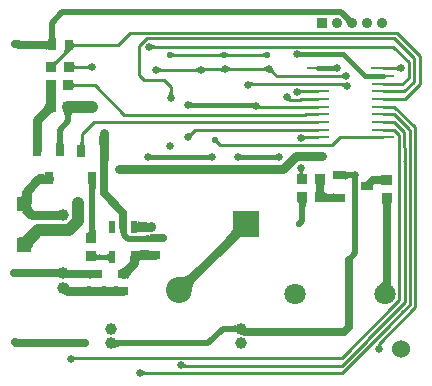
<source format=gbl>
G04*
G04 #@! TF.GenerationSoftware,Altium Limited,Altium Designer,20.0.2 (26)*
G04*
G04 Layer_Physical_Order=2*
G04 Layer_Color=16711680*
%FSLAX25Y25*%
%MOIN*%
G70*
G01*
G75*
%ADD10C,0.01000*%
%ADD17R,0.03150X0.03543*%
%ADD25R,0.03175X0.03402*%
%ADD27R,0.03543X0.03150*%
%ADD28C,0.06000*%
%ADD30R,0.03402X0.03175*%
%ADD52C,0.02500*%
%ADD53C,0.03000*%
%ADD54C,0.02000*%
%ADD55C,0.01500*%
%ADD56C,0.04000*%
%ADD57C,0.03937*%
%ADD58R,0.08661X0.08661*%
%ADD59C,0.03543*%
%ADD60R,0.03543X0.03543*%
%ADD61C,0.07087*%
%ADD62C,0.08661*%
%ADD63C,0.02200*%
%ADD64C,0.02500*%
%ADD65R,0.02362X0.03937*%
%ADD66R,0.05118X0.05118*%
%ADD67O,0.07874X0.00984*%
%ADD68R,0.07874X0.00984*%
%ADD69R,0.03937X0.03150*%
%ADD70R,0.03150X0.03937*%
%ADD71R,0.03402X0.03150*%
G36*
X116140Y123163D02*
X116516Y122836D01*
X116625Y122756D01*
X116727Y122690D01*
X116820Y122639D01*
X116905Y122602D01*
X116983Y122580D01*
X117052Y122572D01*
X115263Y120854D01*
X115258Y120926D01*
X115238Y121006D01*
X115203Y121094D01*
X115154Y121189D01*
X115090Y121292D01*
X115011Y121403D01*
X114810Y121647D01*
X114687Y121780D01*
X114550Y121921D01*
X115999Y123301D01*
X116140Y123163D01*
D02*
G37*
G36*
X18195Y116880D02*
X18240Y116240D01*
X18279Y115980D01*
X18330Y115760D01*
X18392Y115580D01*
X18465Y115440D01*
X18549Y115340D01*
X18645Y115280D01*
X18752Y115260D01*
X15626D01*
X15733Y115280D01*
X15829Y115340D01*
X15913Y115440D01*
X15986Y115580D01*
X16048Y115760D01*
X16099Y115980D01*
X16138Y116240D01*
X16166Y116540D01*
X16189Y117260D01*
X18189D01*
X18195Y116880D01*
D02*
G37*
G36*
X24261Y114405D02*
X24291Y114320D01*
X24342Y114245D01*
X24413Y114180D01*
X24504Y114125D01*
X24615Y114080D01*
X24747Y114045D01*
X24899Y114020D01*
X25071Y114005D01*
X25263Y114000D01*
Y113000D01*
X25071Y112995D01*
X24899Y112980D01*
X24747Y112955D01*
X24615Y112920D01*
X24504Y112875D01*
X24413Y112820D01*
X24342Y112755D01*
X24291Y112680D01*
X24261Y112595D01*
X24251Y112500D01*
Y114500D01*
X24261Y114405D01*
D02*
G37*
G36*
X50510Y113759D02*
X50590Y113694D01*
X50676Y113637D01*
X50767Y113587D01*
X50864Y113545D01*
X50967Y113511D01*
X51075Y113484D01*
X51188Y113465D01*
X51307Y113454D01*
X51432Y113450D01*
X51411Y112450D01*
X51287Y112446D01*
X51167Y112435D01*
X51054Y112417D01*
X50945Y112391D01*
X50841Y112358D01*
X50743Y112318D01*
X50650Y112270D01*
X50562Y112215D01*
X50479Y112152D01*
X50402Y112082D01*
X50435Y113832D01*
X50510Y113759D01*
D02*
G37*
G36*
X15626Y111740D02*
X15601Y111837D01*
X15526Y111924D01*
X15401Y112000D01*
X15226Y112066D01*
X15001Y112123D01*
X14726Y112169D01*
X14401Y112204D01*
X13601Y112245D01*
X13126Y112250D01*
Y114750D01*
X13601Y114755D01*
X14726Y114831D01*
X15001Y114877D01*
X15226Y114934D01*
X15401Y115000D01*
X15526Y115076D01*
X15601Y115163D01*
X15626Y115260D01*
Y111740D01*
D02*
G37*
G36*
X23548Y111733D02*
X23406Y111712D01*
X23265Y111677D01*
X23123Y111627D01*
X22982Y111564D01*
X22840Y111486D01*
X22699Y111394D01*
X22558Y111288D01*
X22416Y111168D01*
X22275Y111033D01*
X20861D01*
X20991Y111168D01*
X21182Y111394D01*
X21244Y111486D01*
X21283Y111564D01*
X21300Y111627D01*
X21293Y111677D01*
X21264Y111712D01*
X21212Y111733D01*
X21137Y111740D01*
X23689D01*
X23548Y111733D01*
D02*
G37*
G36*
X99623Y111251D02*
X99666Y111230D01*
X99721Y111211D01*
X99789Y111195D01*
X99868Y111181D01*
X100064Y111161D01*
X100309Y111151D01*
X100450Y111150D01*
Y109650D01*
X100309Y109649D01*
X99868Y109619D01*
X99789Y109605D01*
X99721Y109589D01*
X99666Y109570D01*
X99623Y109549D01*
X99593Y109525D01*
Y111275D01*
X99623Y111251D01*
D02*
G37*
G36*
X75504Y110939D02*
X75563Y110889D01*
X75628Y110845D01*
X75701Y110806D01*
X75781Y110774D01*
X75868Y110747D01*
X75961Y110727D01*
X76062Y110712D01*
X76170Y110703D01*
X76285Y110700D01*
X76182Y109700D01*
X76067Y109698D01*
X75856Y109679D01*
X75760Y109662D01*
X75670Y109640D01*
X75586Y109614D01*
X75508Y109583D01*
X75437Y109547D01*
X75371Y109507D01*
X75312Y109462D01*
X74600Y110160D01*
X75452Y110995D01*
X75504Y110939D01*
D02*
G37*
G36*
X74600Y110160D02*
X73888Y109462D01*
X73829Y109507D01*
X73763Y109547D01*
X73692Y109583D01*
X73614Y109614D01*
X73530Y109640D01*
X73440Y109662D01*
X73344Y109679D01*
X73133Y109698D01*
X73018Y109700D01*
X72915Y110700D01*
X73030Y110703D01*
X73138Y110712D01*
X73239Y110727D01*
X73332Y110747D01*
X73419Y110774D01*
X73499Y110806D01*
X73572Y110845D01*
X73637Y110889D01*
X73696Y110939D01*
X73748Y110995D01*
X74600Y110160D01*
D02*
G37*
G36*
X88114Y109430D02*
X88058Y109481D01*
X87996Y109527D01*
X87926Y109568D01*
X87851Y109603D01*
X87769Y109633D01*
X87680Y109657D01*
X87585Y109676D01*
X87483Y109689D01*
X87375Y109697D01*
X87260Y109700D01*
Y110700D01*
X87375Y110703D01*
X87585Y110724D01*
X87680Y110743D01*
X87769Y110767D01*
X87851Y110797D01*
X87926Y110832D01*
X87996Y110873D01*
X88058Y110919D01*
X88114Y110970D01*
Y109430D01*
D02*
G37*
G36*
X57192Y110919D02*
X57255Y110873D01*
X57324Y110832D01*
X57400Y110797D01*
X57482Y110767D01*
X57571Y110743D01*
X57666Y110724D01*
X57768Y110711D01*
X57876Y110703D01*
X57991Y110700D01*
Y109700D01*
X57876Y109697D01*
X57666Y109676D01*
X57571Y109657D01*
X57482Y109633D01*
X57400Y109603D01*
X57324Y109568D01*
X57255Y109527D01*
X57192Y109481D01*
X57136Y109430D01*
Y110970D01*
X57192Y110919D01*
D02*
G37*
G36*
X19017Y107775D02*
X18823Y107574D01*
X18516Y107212D01*
X18404Y107051D01*
X18318Y106903D01*
X18260Y106768D01*
X18229Y106646D01*
X18225Y106538D01*
X18248Y106443D01*
X18298Y106361D01*
X17009Y107877D01*
X17081Y107816D01*
X17168Y107785D01*
X17271Y107784D01*
X17389Y107812D01*
X17522Y107869D01*
X17672Y107955D01*
X17836Y108071D01*
X18016Y108217D01*
X18423Y108596D01*
X19017Y107775D01*
D02*
G37*
G36*
X29540Y105299D02*
X29470Y105375D01*
X29394Y105444D01*
X29312Y105504D01*
X29224Y105556D01*
X29129Y105600D01*
X29029Y105636D01*
X28922Y105664D01*
X28809Y105684D01*
X28691Y105696D01*
X28566Y105700D01*
X28653Y106700D01*
X28777Y106703D01*
X28896Y106714D01*
X29011Y106731D01*
X29121Y106755D01*
X29226Y106786D01*
X29326Y106824D01*
X29422Y106868D01*
X29513Y106920D01*
X29599Y106978D01*
X29680Y107044D01*
X29540Y105299D01*
D02*
G37*
G36*
X24239Y107105D02*
X24270Y107020D01*
X24320Y106945D01*
X24391Y106880D01*
X24482Y106825D01*
X24593Y106780D01*
X24725Y106745D01*
X24877Y106720D01*
X25049Y106705D01*
X25241Y106700D01*
Y105700D01*
X25049Y105695D01*
X24877Y105680D01*
X24725Y105655D01*
X24593Y105620D01*
X24482Y105575D01*
X24391Y105520D01*
X24320Y105455D01*
X24270Y105380D01*
X24239Y105295D01*
X24229Y105200D01*
Y107200D01*
X24239Y107105D01*
D02*
G37*
G36*
X111497Y104966D02*
X111479Y104974D01*
X111447Y104980D01*
X111402Y104986D01*
X111269Y104995D01*
X110695Y105004D01*
X110306Y106504D01*
X110446Y106506D01*
X110792Y106533D01*
X110883Y106549D01*
X110961Y106568D01*
X111028Y106591D01*
X111082Y106618D01*
X111123Y106648D01*
X111153Y106682D01*
X111497Y104966D01*
D02*
G37*
G36*
X132553Y104879D02*
X132477Y104950D01*
X132396Y105014D01*
X132309Y105070D01*
X132216Y105119D01*
X132119Y105160D01*
X132016Y105194D01*
X131907Y105220D01*
X131794Y105239D01*
X131675Y105250D01*
X131550Y105254D01*
Y106254D01*
X131675Y106258D01*
X131794Y106269D01*
X131907Y106288D01*
X132016Y106314D01*
X132119Y106348D01*
X132216Y106389D01*
X132309Y106438D01*
X132396Y106494D01*
X132477Y106558D01*
X132553Y106629D01*
Y104879D01*
D02*
G37*
G36*
X88707Y104825D02*
X88631Y104896D01*
X88550Y104960D01*
X88463Y105016D01*
X88370Y105065D01*
X88273Y105106D01*
X88170Y105140D01*
X88061Y105166D01*
X87948Y105185D01*
X87829Y105196D01*
X87704Y105200D01*
Y106200D01*
X87829Y106204D01*
X87948Y106215D01*
X88061Y106234D01*
X88170Y106260D01*
X88273Y106294D01*
X88370Y106335D01*
X88463Y106384D01*
X88550Y106440D01*
X88631Y106504D01*
X88707Y106575D01*
Y104825D01*
D02*
G37*
G36*
X75544Y106414D02*
X75635Y106369D01*
X75731Y106329D01*
X75830Y106295D01*
X75934Y106266D01*
X76041Y106242D01*
X76152Y106224D01*
X76387Y106203D01*
X76511Y106200D01*
X76784Y105200D01*
X76658Y105196D01*
X76539Y105183D01*
X76429Y105161D01*
X76327Y105130D01*
X76232Y105091D01*
X76145Y105043D01*
X76066Y104987D01*
X75995Y104921D01*
X75932Y104848D01*
X75877Y104765D01*
X75457Y106464D01*
X75544Y106414D01*
D02*
G37*
G36*
X73907Y104525D02*
X73831Y104596D01*
X73750Y104660D01*
X73663Y104716D01*
X73570Y104765D01*
X73473Y104806D01*
X73370Y104840D01*
X73261Y104866D01*
X73148Y104885D01*
X73029Y104896D01*
X72904Y104900D01*
Y105900D01*
X73029Y105904D01*
X73148Y105915D01*
X73261Y105934D01*
X73370Y105960D01*
X73473Y105994D01*
X73570Y106035D01*
X73663Y106084D01*
X73750Y106140D01*
X73831Y106204D01*
X73907Y106275D01*
Y104525D01*
D02*
G37*
G36*
X67527Y106148D02*
X67616Y106096D01*
X67710Y106050D01*
X67808Y106010D01*
X67910Y105977D01*
X68017Y105949D01*
X68128Y105928D01*
X68243Y105912D01*
X68362Y105903D01*
X68486Y105900D01*
X68663Y104900D01*
X68538Y104896D01*
X68419Y104883D01*
X68307Y104862D01*
X68203Y104833D01*
X68105Y104795D01*
X68014Y104748D01*
X67931Y104694D01*
X67854Y104631D01*
X67784Y104559D01*
X67721Y104479D01*
X67441Y106207D01*
X67527Y106148D01*
D02*
G37*
G36*
X65807Y104325D02*
X65731Y104396D01*
X65649Y104460D01*
X65562Y104516D01*
X65470Y104565D01*
X65373Y104606D01*
X65270Y104640D01*
X65161Y104666D01*
X65048Y104685D01*
X64929Y104697D01*
X64804Y104700D01*
Y105700D01*
X64929Y105704D01*
X65048Y105715D01*
X65161Y105734D01*
X65270Y105760D01*
X65373Y105794D01*
X65470Y105835D01*
X65562Y105884D01*
X65649Y105940D01*
X65731Y106004D01*
X65807Y106075D01*
Y104325D01*
D02*
G37*
G36*
X52869Y106004D02*
X52950Y105940D01*
X53037Y105884D01*
X53130Y105835D01*
X53227Y105794D01*
X53330Y105760D01*
X53438Y105734D01*
X53552Y105715D01*
X53671Y105704D01*
X53796Y105700D01*
X53796Y104700D01*
X53671Y104697D01*
X53552Y104685D01*
X53439Y104666D01*
X53330Y104640D01*
X53227Y104606D01*
X53130Y104565D01*
X53037Y104516D01*
X52951Y104460D01*
X52869Y104396D01*
X52793Y104325D01*
X52793Y106075D01*
X52869Y106004D01*
D02*
G37*
G36*
X90853Y105583D02*
X90866Y105481D01*
X90888Y105379D01*
X90918Y105280D01*
X90958Y105181D01*
X91007Y105085D01*
X91065Y104990D01*
X91132Y104896D01*
X91209Y104804D01*
X91294Y104713D01*
X90587Y104006D01*
X90496Y104091D01*
X90404Y104168D01*
X90311Y104235D01*
X90215Y104293D01*
X90119Y104342D01*
X90020Y104382D01*
X89921Y104412D01*
X89820Y104434D01*
X89717Y104447D01*
X89613Y104450D01*
X90850Y105687D01*
X90853Y105583D01*
D02*
G37*
G36*
X114411Y102321D02*
X114334Y102392D01*
X114252Y102456D01*
X114165Y102512D01*
X114073Y102560D01*
X113975Y102602D01*
X113872Y102635D01*
X113764Y102661D01*
X113650Y102680D01*
X113531Y102691D01*
X113407Y102695D01*
X113402Y103695D01*
X113527Y103699D01*
X113646Y103710D01*
X113759Y103729D01*
X113867Y103755D01*
X113970Y103789D01*
X114068Y103831D01*
X114160Y103879D01*
X114247Y103936D01*
X114328Y104000D01*
X114404Y104071D01*
X114411Y102321D01*
D02*
G37*
G36*
X83212Y101336D02*
X83304Y101294D01*
X83399Y101257D01*
X83499Y101225D01*
X83602Y101198D01*
X83710Y101175D01*
X83937Y101146D01*
X84056Y101138D01*
X84179Y101136D01*
X84489Y100136D01*
X84363Y100132D01*
X84245Y100118D01*
X84135Y100096D01*
X84033Y100066D01*
X83939Y100026D01*
X83854Y99978D01*
X83777Y99921D01*
X83708Y99855D01*
X83648Y99780D01*
X83595Y99697D01*
X83125Y101383D01*
X83212Y101336D01*
D02*
G37*
G36*
X114261Y100942D02*
X114384Y100836D01*
X114417Y100813D01*
X114447Y100797D01*
X114472Y100786D01*
X114494Y100782D01*
X114511Y100784D01*
X114525Y100793D01*
X114168Y99687D01*
X113505Y100282D01*
X114212Y100989D01*
X114261Y100942D01*
D02*
G37*
G36*
X24194Y101005D02*
X24225Y100920D01*
X24275Y100845D01*
X24346Y100780D01*
X24437Y100725D01*
X24549Y100680D01*
X24680Y100645D01*
X24832Y100620D01*
X25004Y100605D01*
X25196Y100600D01*
Y99600D01*
X25004Y99595D01*
X24832Y99580D01*
X24680Y99555D01*
X24549Y99520D01*
X24437Y99475D01*
X24346Y99420D01*
X24275Y99355D01*
X24225Y99280D01*
X24194Y99195D01*
X24184Y99100D01*
Y101100D01*
X24194Y101005D01*
D02*
G37*
G36*
X99466Y98792D02*
X99558Y98747D01*
X99653Y98707D01*
X99752Y98673D01*
X99856Y98643D01*
X99963Y98620D01*
X100075Y98601D01*
X100309Y98580D01*
X100433Y98577D01*
X100701Y97577D01*
X100575Y97573D01*
X100457Y97560D01*
X100347Y97538D01*
X100244Y97508D01*
X100149Y97468D01*
X100062Y97421D01*
X99983Y97364D01*
X99912Y97299D01*
X99848Y97225D01*
X99792Y97142D01*
X99379Y98843D01*
X99466Y98792D01*
D02*
G37*
G36*
X57304Y97671D02*
X57315Y97552D01*
X57334Y97439D01*
X57360Y97330D01*
X57394Y97227D01*
X57435Y97130D01*
X57484Y97037D01*
X57540Y96950D01*
X57604Y96869D01*
X57675Y96793D01*
X55925D01*
X55996Y96869D01*
X56060Y96950D01*
X56116Y97037D01*
X56165Y97130D01*
X56206Y97227D01*
X56240Y97330D01*
X56266Y97439D01*
X56285Y97552D01*
X56296Y97671D01*
X56300Y97796D01*
X57300D01*
X57304Y97671D01*
D02*
G37*
G36*
X18251Y98381D02*
X18238Y98291D01*
X18227Y98141D01*
X18205Y97061D01*
X18265Y94648D01*
X15114D01*
X15129Y94678D01*
X15142Y94768D01*
X15153Y94918D01*
X15175Y95998D01*
X15114Y98411D01*
X18265D01*
X18251Y98381D01*
D02*
G37*
G36*
X63523Y94451D02*
X63566Y94430D01*
X63621Y94411D01*
X63689Y94395D01*
X63768Y94381D01*
X63964Y94361D01*
X64209Y94351D01*
X64350Y94350D01*
Y92850D01*
X64209Y92849D01*
X63768Y92819D01*
X63689Y92805D01*
X63621Y92789D01*
X63566Y92770D01*
X63523Y92749D01*
X63493Y92725D01*
Y94475D01*
X63523Y94451D01*
D02*
G37*
G36*
X84123Y92665D02*
X84095Y92700D01*
X84055Y92731D01*
X84002Y92759D01*
X83937Y92783D01*
X83859Y92804D01*
X83769Y92820D01*
X83666Y92833D01*
X83424Y92848D01*
X83284Y92850D01*
X83772Y94350D01*
X84543Y94364D01*
X84123Y92665D01*
D02*
G37*
G36*
X131569Y93211D02*
X131662Y93151D01*
X131779Y93062D01*
X132085Y92792D01*
X132487Y92402D01*
X131709Y91766D01*
X131520Y91948D01*
X131174Y92238D01*
X131017Y92347D01*
X130871Y92431D01*
X130735Y92490D01*
X130610Y92525D01*
X130496Y92535D01*
X130392Y92520D01*
X130299Y92481D01*
X131437Y93146D01*
X131434Y93208D01*
X131455Y93239D01*
X131500Y93240D01*
X131569Y93211D01*
D02*
G37*
G36*
X131568Y90661D02*
X131662Y90602D01*
X131779Y90513D01*
X131921Y90394D01*
X132493Y89851D01*
X131721Y89209D01*
X131532Y89391D01*
X131186Y89681D01*
X131029Y89790D01*
X130883Y89873D01*
X130747Y89932D01*
X130622Y89967D01*
X130508Y89977D01*
X130405Y89962D01*
X130312Y89922D01*
X131437Y90587D01*
X131434Y90652D01*
X131454Y90685D01*
X131499Y90688D01*
X131568Y90661D01*
D02*
G37*
G36*
X18265Y91270D02*
X18027Y91249D01*
X17769Y91185D01*
X17492Y91079D01*
X17194Y90931D01*
X16878Y90740D01*
X16542Y90507D01*
X16186Y90231D01*
X15416Y89552D01*
X15001Y89149D01*
X12993Y91383D01*
X13396Y91798D01*
X14351Y92924D01*
X14584Y93260D01*
X14775Y93577D01*
X14923Y93874D01*
X15029Y94152D01*
X15093Y94409D01*
X15114Y94648D01*
X18265Y91270D01*
D02*
G37*
G36*
X23938Y91411D02*
X23872Y91270D01*
X24196D01*
X24064Y91250D01*
X23946Y91190D01*
X23841Y91090D01*
X23763Y90970D01*
X23695Y90695D01*
X23635Y90371D01*
X23549Y89592D01*
X23505Y88640D01*
X23500Y88100D01*
X21500D01*
X21495Y88640D01*
X21365Y90371D01*
X21305Y90695D01*
X21235Y90977D01*
X21154Y91215D01*
X21141Y91243D01*
X21132Y91250D01*
X21045Y91270D01*
X21128D01*
X21062Y91411D01*
X20959Y91563D01*
X24041D01*
X23938Y91411D01*
D02*
G37*
G36*
X131567Y88111D02*
X131661Y88054D01*
X131780Y87965D01*
X131922Y87846D01*
X132498Y87300D01*
X131732Y86652D01*
X131543Y86834D01*
X131197Y87124D01*
X131040Y87232D01*
X130894Y87316D01*
X130759Y87375D01*
X130635Y87409D01*
X130521Y87418D01*
X130418Y87403D01*
X130325Y87363D01*
X131437Y88028D01*
X131433Y88096D01*
X131453Y88132D01*
X131498Y88137D01*
X131567Y88111D01*
D02*
G37*
G36*
X131566Y85562D02*
X131660Y85506D01*
X131779Y85418D01*
X131922Y85299D01*
X132500Y84752D01*
X131744Y84095D01*
X131555Y84276D01*
X131210Y84566D01*
X131053Y84674D01*
X130907Y84757D01*
X130772Y84816D01*
X130648Y84850D01*
X130535Y84859D01*
X130432Y84844D01*
X130340Y84803D01*
X131437Y85468D01*
X131432Y85539D01*
X131452Y85578D01*
X131497Y85586D01*
X131566Y85562D01*
D02*
G37*
G36*
X64276Y83869D02*
X64191Y83778D01*
X64114Y83686D01*
X64047Y83592D01*
X63989Y83497D01*
X63940Y83401D01*
X63901Y83302D01*
X63870Y83203D01*
X63848Y83101D01*
X63835Y82999D01*
X63832Y82894D01*
X62594Y84132D01*
X62699Y84135D01*
X62801Y84148D01*
X62903Y84170D01*
X63002Y84201D01*
X63101Y84240D01*
X63197Y84289D01*
X63292Y84347D01*
X63386Y84414D01*
X63478Y84491D01*
X63569Y84576D01*
X64276Y83869D01*
D02*
G37*
G36*
X101055Y83521D02*
X101137Y83458D01*
X101225Y83403D01*
X101318Y83355D01*
X101416Y83314D01*
X101520Y83281D01*
X101628Y83255D01*
X101742Y83237D01*
X101862Y83226D01*
X101986Y83222D01*
X102005Y82222D01*
X101881Y82218D01*
X101761Y82207D01*
X101648Y82188D01*
X101540Y82161D01*
X101437Y82127D01*
X101341Y82085D01*
X101249Y82035D01*
X101163Y81978D01*
X101083Y81913D01*
X101008Y81841D01*
X100977Y83591D01*
X101055Y83521D01*
D02*
G37*
G36*
X72503Y81813D02*
X72515Y81736D01*
X72536Y81659D01*
X72564Y81580D01*
X72601Y81501D01*
X72647Y81421D01*
X72701Y81341D01*
X72763Y81259D01*
X72834Y81177D01*
X72913Y81094D01*
X72206Y80387D01*
X72123Y80466D01*
X71959Y80599D01*
X71879Y80653D01*
X71799Y80699D01*
X71720Y80736D01*
X71641Y80765D01*
X71564Y80785D01*
X71487Y80797D01*
X71411Y80800D01*
X72500Y81889D01*
X72503Y81813D01*
D02*
G37*
G36*
X20789Y82004D02*
X20834Y81364D01*
X20874Y81104D01*
X20924Y80884D01*
X20986Y80704D01*
X21059Y80564D01*
X21144Y80464D01*
X21240Y80404D01*
X21347Y80384D01*
X18221D01*
X18328Y80404D01*
X18424Y80464D01*
X18508Y80564D01*
X18581Y80704D01*
X18643Y80884D01*
X18694Y81104D01*
X18733Y81364D01*
X18761Y81664D01*
X18784Y82384D01*
X20784D01*
X20789Y82004D01*
D02*
G37*
G36*
X13866Y80384D02*
X10740D01*
X10752Y80414D01*
X10763Y80504D01*
X10772Y80654D01*
X10803Y83384D01*
X13803D01*
X13866Y80384D01*
D02*
G37*
G36*
X35947Y80284D02*
X32821D01*
X32836Y80314D01*
X32849Y80404D01*
X32861Y80554D01*
X32893Y81754D01*
X32900Y83284D01*
X35900D01*
X35947Y80284D01*
D02*
G37*
G36*
X27605Y81092D02*
X27620Y80920D01*
X27645Y80768D01*
X27680Y80636D01*
X27725Y80525D01*
X27780Y80434D01*
X27845Y80363D01*
X27920Y80312D01*
X28005Y80282D01*
X28100Y80272D01*
X26100D01*
X26195Y80282D01*
X26280Y80312D01*
X26355Y80363D01*
X26420Y80434D01*
X26475Y80525D01*
X26520Y80636D01*
X26555Y80768D01*
X26580Y80920D01*
X26595Y81092D01*
X26600Y81284D01*
X27600D01*
X27605Y81092D01*
D02*
G37*
G36*
X91946Y75375D02*
X91916Y75399D01*
X91873Y75420D01*
X91817Y75439D01*
X91750Y75455D01*
X91671Y75469D01*
X91474Y75489D01*
X91230Y75499D01*
X91089Y75500D01*
Y77000D01*
X91230Y77001D01*
X91671Y77031D01*
X91750Y77045D01*
X91817Y77061D01*
X91873Y77080D01*
X91916Y77101D01*
X91946Y77125D01*
Y75375D01*
D02*
G37*
G36*
X79923Y77101D02*
X79966Y77080D01*
X80021Y77061D01*
X80089Y77045D01*
X80168Y77031D01*
X80364Y77011D01*
X80609Y77001D01*
X80750Y77000D01*
Y75500D01*
X80609Y75499D01*
X80168Y75469D01*
X80089Y75455D01*
X80021Y75439D01*
X79966Y75420D01*
X79923Y75399D01*
X79893Y75375D01*
Y77125D01*
X79923Y77101D01*
D02*
G37*
G36*
X69707Y75375D02*
X69677Y75399D01*
X69634Y75420D01*
X69579Y75439D01*
X69511Y75455D01*
X69432Y75469D01*
X69236Y75489D01*
X68991Y75499D01*
X68850Y75500D01*
Y77000D01*
X68991Y77001D01*
X69432Y77031D01*
X69511Y77045D01*
X69579Y77061D01*
X69634Y77080D01*
X69677Y77101D01*
X69707Y77125D01*
Y75375D01*
D02*
G37*
G36*
X49923Y77101D02*
X49966Y77080D01*
X50021Y77061D01*
X50089Y77045D01*
X50168Y77031D01*
X50364Y77011D01*
X50609Y77001D01*
X50750Y77000D01*
Y75500D01*
X50609Y75499D01*
X50168Y75469D01*
X50089Y75455D01*
X50021Y75439D01*
X49966Y75420D01*
X49923Y75399D01*
X49893Y75375D01*
Y77125D01*
X49923Y77101D01*
D02*
G37*
G36*
X101025Y71537D02*
X100961Y71455D01*
X100905Y71368D01*
X100856Y71276D01*
X100815Y71178D01*
X100781Y71075D01*
X100775Y71048D01*
X100801Y70949D01*
X100846Y70839D01*
X100901Y70749D01*
X100966Y70679D01*
X101041Y70629D01*
X101126Y70599D01*
X101221Y70589D01*
X99221D01*
X99316Y70599D01*
X99401Y70629D01*
X99476Y70679D01*
X99541Y70749D01*
X99596Y70839D01*
X99641Y70949D01*
X99668Y71048D01*
X99661Y71075D01*
X99628Y71178D01*
X99586Y71276D01*
X99538Y71368D01*
X99481Y71455D01*
X99418Y71537D01*
X99346Y71613D01*
X101096D01*
X101025Y71537D01*
D02*
G37*
G36*
X114956Y71595D02*
X115016Y71497D01*
X115116Y71411D01*
X115256Y71337D01*
X115436Y71274D01*
X115656Y71222D01*
X115916Y71182D01*
X116216Y71153D01*
X116936Y71130D01*
Y69130D01*
X116556Y69125D01*
X115916Y69081D01*
X115656Y69042D01*
X115436Y68992D01*
X115256Y68931D01*
X115116Y68860D01*
X115016Y68777D01*
X114956Y68683D01*
X114936Y68578D01*
Y71703D01*
X114956Y71595D01*
D02*
G37*
G36*
X14481Y67416D02*
X14462Y67414D01*
X14406Y67412D01*
X12604Y67404D01*
Y70404D01*
X12961Y70408D01*
X13805Y70464D01*
X14012Y70498D01*
X14180Y70540D01*
X14312Y70589D01*
X14406Y70645D01*
X14462Y70709D01*
X14481Y70781D01*
Y67416D01*
D02*
G37*
G36*
X127011Y67024D02*
X126986Y67086D01*
X126911Y67142D01*
X126786Y67190D01*
X126611Y67233D01*
X126386Y67269D01*
X125786Y67321D01*
X124986Y67347D01*
X124511Y67350D01*
Y69850D01*
X124986Y69853D01*
X126611Y69967D01*
X126786Y70009D01*
X126911Y70058D01*
X126986Y70114D01*
X127011Y70175D01*
Y67024D01*
D02*
G37*
G36*
X32099Y67296D02*
X32004Y67236D01*
X31919Y67136D01*
X31846Y66996D01*
X31784Y66816D01*
X31734Y66596D01*
X31694Y66336D01*
X31666Y66036D01*
X31644Y65316D01*
X29643D01*
X29638Y65696D01*
X29593Y66336D01*
X29553Y66596D01*
X29503Y66816D01*
X29441Y66996D01*
X29368Y67136D01*
X29283Y67236D01*
X29188Y67296D01*
X29081Y67316D01*
X32206D01*
X32099Y67296D01*
D02*
G37*
G36*
X108053Y67186D02*
X108004Y67111D01*
X107961Y66986D01*
X107925Y66811D01*
X107893Y66586D01*
X107859Y66135D01*
X107939Y64989D01*
X107982Y64814D01*
X108030Y64689D01*
X108086Y64614D01*
X108148Y64589D01*
X104997D01*
X105059Y64614D01*
X105114Y64689D01*
X105163Y64814D01*
X105205Y64989D01*
X105241Y65214D01*
X105285Y65722D01*
X105230Y66586D01*
X105190Y66811D01*
X105142Y66986D01*
X105087Y67111D01*
X105025Y67186D01*
X104955Y67211D01*
X108107D01*
X108053Y67186D01*
D02*
G37*
G36*
X10205Y64618D02*
X10296Y63054D01*
X10320Y62993D01*
X10347Y62973D01*
X6673Y62961D01*
X6774Y62982D01*
X6864Y63043D01*
X6944Y63146D01*
X7013Y63289D01*
X7071Y63473D01*
X7119Y63697D01*
X7156Y63963D01*
X7183Y64269D01*
X7204Y65004D01*
X10204D01*
X10205Y64618D01*
D02*
G37*
G36*
X108173Y64460D02*
X108248Y64345D01*
X108373Y64243D01*
X108548Y64154D01*
X108773Y64080D01*
X109048Y64019D01*
X109373Y63971D01*
X109580Y63952D01*
X110623Y64022D01*
X110798Y64063D01*
X110923Y64110D01*
X110998Y64163D01*
X111023Y64223D01*
Y61097D01*
X110998Y61156D01*
X110923Y61210D01*
X110798Y61257D01*
X110623Y61297D01*
X110398Y61332D01*
X109798Y61382D01*
X109776Y61382D01*
X108248Y61283D01*
X108173Y61249D01*
X108148Y61212D01*
Y64589D01*
X108173Y64460D01*
D02*
G37*
G36*
X102107Y61192D02*
X102010Y61132D01*
X101923Y61032D01*
X101848Y60892D01*
X101785Y60712D01*
X101733Y60492D01*
X101693Y60232D01*
X101664Y59932D01*
X101641Y59212D01*
X99641D01*
X99635Y59592D01*
X99589Y60232D01*
X99549Y60492D01*
X99497Y60712D01*
X99434Y60892D01*
X99359Y61032D01*
X99273Y61132D01*
X99175Y61192D01*
X99066Y61212D01*
X102217D01*
X102107Y61192D01*
D02*
G37*
G36*
X130305Y61068D02*
X130231Y60993D01*
X130165Y60868D01*
X130108Y60693D01*
X130060Y60468D01*
X130020Y60193D01*
X129968Y59493D01*
X129950Y58593D01*
X127450D01*
X127446Y59068D01*
X127340Y60468D01*
X127292Y60693D01*
X127235Y60868D01*
X127169Y60993D01*
X127095Y61068D01*
X127011Y61093D01*
X130389D01*
X130305Y61068D01*
D02*
G37*
G36*
X10326Y59280D02*
X10349Y59227D01*
X10403Y59145D01*
X10490Y59035D01*
X10758Y58731D01*
X11677Y57783D01*
X9556Y55661D01*
X7146Y57891D01*
X10335Y59305D01*
X10326Y59280D01*
D02*
G37*
G36*
X45839Y54922D02*
X45929Y54844D01*
X46079Y54776D01*
X46289Y54716D01*
X46559Y54666D01*
X46889Y54625D01*
X47729Y54570D01*
X48809Y54552D01*
Y51552D01*
X48239Y51547D01*
X46559Y51438D01*
X46289Y51388D01*
X46079Y51328D01*
X45929Y51260D01*
X45839Y51182D01*
X45809Y51095D01*
Y55009D01*
X45839Y54922D01*
D02*
G37*
G36*
X31689Y50741D02*
X28644Y50729D01*
X28833Y50750D01*
X29004Y50811D01*
X29153Y50912D01*
X29283Y51053D01*
X29394Y51234D01*
X29484Y51455D01*
X29553Y51717D01*
X29603Y52018D01*
X29634Y52359D01*
X29643Y52741D01*
X31644D01*
X31689Y50741D01*
D02*
G37*
G36*
X81524Y49493D02*
X81296Y49666D01*
X81025Y49753D01*
X80710Y49755D01*
X80351Y49670D01*
X79948Y49500D01*
X79502Y49244D01*
X79013Y48901D01*
X78479Y48473D01*
X77281Y47360D01*
X75260Y49581D01*
X75851Y50193D01*
X76780Y51292D01*
X77120Y51778D01*
X77375Y52223D01*
X77546Y52627D01*
X77634Y52989D01*
X77637Y53309D01*
X77557Y53587D01*
X77393Y53824D01*
X81524Y49493D01*
D02*
G37*
G36*
X13175Y49587D02*
X12494Y48890D01*
X10982Y47138D01*
X10655Y46667D01*
X10416Y46253D01*
X10266Y45895D01*
X10205Y45594D01*
X10232Y45350D01*
X10347Y45162D01*
X5922Y49587D01*
X6109Y49472D01*
X6354Y49445D01*
X6655Y49506D01*
X7013Y49657D01*
X7427Y49895D01*
X7898Y50222D01*
X8425Y50638D01*
X9650Y51735D01*
X10347Y52416D01*
X13175Y49587D01*
D02*
G37*
G36*
X49640Y47612D02*
X49620Y47686D01*
X49560Y47752D01*
X49460Y47810D01*
X49320Y47860D01*
X49140Y47903D01*
X48920Y47938D01*
X48660Y47965D01*
X48020Y47996D01*
X47640Y48000D01*
Y50000D01*
X48020Y50007D01*
X48660Y50066D01*
X48920Y50118D01*
X49140Y50184D01*
X49320Y50266D01*
X49460Y50362D01*
X49560Y50472D01*
X49620Y50598D01*
X49640Y50738D01*
Y47612D01*
D02*
G37*
G36*
X32704Y44173D02*
X32749Y44045D01*
X32824Y43933D01*
X32929Y43835D01*
X33064Y43753D01*
X33229Y43685D01*
X33424Y43633D01*
X33649Y43595D01*
X33904Y43573D01*
X34189Y43565D01*
Y42065D01*
X33904Y42061D01*
X33424Y42029D01*
X33229Y42000D01*
X33064Y41964D01*
X32929Y41919D01*
X32824Y41866D01*
X32749Y41805D01*
X32704Y41736D01*
X32689Y41659D01*
Y42047D01*
X32424Y42029D01*
X32229Y42000D01*
X32064Y41964D01*
X31929Y41919D01*
X31824Y41866D01*
X31749Y41805D01*
X31704Y41736D01*
X31689Y41659D01*
Y44315D01*
X31704Y44173D01*
X31749Y44045D01*
X31824Y43933D01*
X31929Y43835D01*
X32064Y43753D01*
X32229Y43685D01*
X32424Y43633D01*
X32649Y43595D01*
X32689Y43592D01*
Y44315D01*
X32704Y44173D01*
D02*
G37*
G36*
X49640Y42101D02*
X49610Y42113D01*
X49520Y42124D01*
X49370Y42133D01*
X48183Y42147D01*
X47730Y42112D01*
X47280Y42046D01*
X46890Y41955D01*
X46560Y41838D01*
X46290Y41694D01*
X46080Y41525D01*
X45930Y41329D01*
X45840Y41107D01*
X45810Y40859D01*
Y44772D01*
X45840Y44847D01*
X45930Y44913D01*
X46080Y44972D01*
X46290Y45023D01*
X46560Y45066D01*
X46640Y45073D01*
Y45164D01*
X49640Y45227D01*
Y42101D01*
D02*
G37*
G36*
X36003Y41315D02*
X35988Y41458D01*
X35943Y41585D01*
X35867Y41698D01*
X35761Y41795D01*
X35625Y41878D01*
X35459Y41945D01*
X35263Y41998D01*
X35036Y42035D01*
X34779Y42058D01*
X34491Y42065D01*
Y43565D01*
X34779Y43573D01*
X35036Y43595D01*
X35263Y43633D01*
X35459Y43685D01*
X35625Y43753D01*
X35761Y43835D01*
X35867Y43933D01*
X35943Y44045D01*
X35988Y44173D01*
X36003Y44315D01*
Y41315D01*
D02*
G37*
G36*
X19494Y36222D02*
X19459Y36246D01*
X19402Y36268D01*
X19325Y36287D01*
X19227Y36304D01*
X18967Y36329D01*
X18625Y36345D01*
X18198Y36350D01*
Y38850D01*
X18422Y38851D01*
X19325Y38913D01*
X19402Y38932D01*
X19459Y38954D01*
X19494Y38978D01*
Y36222D01*
D02*
G37*
G36*
X22667Y38492D02*
X22723Y38453D01*
X22800Y38418D01*
X22897Y38388D01*
X23016Y38363D01*
X23155Y38342D01*
X23495Y38315D01*
X23919Y38306D01*
X23973Y35805D01*
X21870Y35887D01*
X22632Y38535D01*
X22667Y38492D01*
D02*
G37*
G36*
X44710Y38744D02*
X44307Y38330D01*
X43352Y37206D01*
X43119Y36871D01*
X42928Y36555D01*
X42779Y36260D01*
X42673Y35984D01*
X42610Y35729D01*
X42588Y35493D01*
X39211Y38618D01*
X39447Y38640D01*
X39702Y38703D01*
X39978Y38809D01*
X40273Y38958D01*
X40589Y39149D01*
X40924Y39382D01*
X41653Y39976D01*
X42048Y40337D01*
X42462Y40740D01*
X44710Y38744D01*
D02*
G37*
G36*
X30240Y35493D02*
X30215Y35552D01*
X30140Y35605D01*
X30015Y35652D01*
X29840Y35693D01*
X29615Y35727D01*
X29015Y35777D01*
X27740Y35805D01*
Y38306D01*
X28215Y38309D01*
X29840Y38418D01*
X30015Y38459D01*
X30140Y38506D01*
X30215Y38559D01*
X30240Y38618D01*
Y35493D01*
D02*
G37*
G36*
X39211Y29982D02*
X39181Y29994D01*
X39091Y30004D01*
X38941Y30014D01*
X36568Y30040D01*
X33760Y29982D01*
Y33107D01*
X33790Y33095D01*
X33880Y33085D01*
X34030Y33075D01*
X36403Y33048D01*
X39211Y33107D01*
Y29982D01*
D02*
G37*
G36*
X65371Y35449D02*
X65093Y35150D01*
X64845Y34837D01*
X64627Y34511D01*
X64439Y34171D01*
X64280Y33817D01*
X64151Y33450D01*
X64051Y33068D01*
X63981Y32674D01*
X63941Y32265D01*
X63930Y31843D01*
X59643Y36130D01*
X60065Y36141D01*
X60474Y36181D01*
X60869Y36251D01*
X61250Y36351D01*
X61617Y36480D01*
X61971Y36639D01*
X62311Y36827D01*
X62637Y37045D01*
X62950Y37293D01*
X63249Y37571D01*
X65371Y35449D01*
D02*
G37*
G36*
X30240Y29982D02*
X30210Y29994D01*
X30120Y30004D01*
X29970Y30014D01*
X27240Y30044D01*
Y33044D01*
X30240Y33107D01*
Y29982D01*
D02*
G37*
G36*
X78594Y17622D02*
X78513Y17694D01*
X78417Y17758D01*
X78306Y17815D01*
X78181Y17864D01*
X78041Y17906D01*
X77887Y17940D01*
X77718Y17966D01*
X77534Y17985D01*
X77123Y18000D01*
Y20000D01*
X77336Y20004D01*
X77718Y20034D01*
X77887Y20061D01*
X78041Y20095D01*
X78181Y20136D01*
X78306Y20185D01*
X78417Y20242D01*
X78513Y20306D01*
X78594Y20378D01*
Y17622D01*
D02*
G37*
G36*
X81955Y19318D02*
X81996Y19283D01*
X82061Y19252D01*
X82148Y19225D01*
X82257Y19202D01*
X82389Y19183D01*
X82721Y19158D01*
X83144Y19150D01*
X82814Y16650D01*
X80531Y17105D01*
X81936Y19357D01*
X81955Y19318D01*
D02*
G37*
G36*
X126767Y13891D02*
X126791Y13563D01*
X126806Y13476D01*
X126823Y13401D01*
X126844Y13338D01*
X126868Y13287D01*
X126895Y13247D01*
X126926Y13218D01*
X125585Y13288D01*
X125620Y13314D01*
X125650Y13350D01*
X125677Y13397D01*
X125701Y13455D01*
X125721Y13523D01*
X125737Y13602D01*
X125749Y13691D01*
X125764Y13902D01*
X125766Y14023D01*
X126766D01*
X126767Y13891D01*
D02*
G37*
G36*
X38387Y15384D02*
X38483Y15320D01*
X38594Y15263D01*
X38719Y15214D01*
X38859Y15172D01*
X39013Y15138D01*
X39182Y15112D01*
X39366Y15093D01*
X39777Y15078D01*
Y13078D01*
X39564Y13074D01*
X39182Y13044D01*
X39013Y13017D01*
X38859Y12983D01*
X38719Y12942D01*
X38594Y12893D01*
X38483Y12836D01*
X38387Y12772D01*
X38306Y12700D01*
Y15456D01*
X38387Y15384D01*
D02*
G37*
G36*
X61058Y7433D02*
X61131Y7363D01*
X61210Y7302D01*
X61296Y7248D01*
X61389Y7203D01*
X61488Y7166D01*
X61594Y7137D01*
X61706Y7117D01*
X61825Y7104D01*
X61950Y7100D01*
X61818Y6100D01*
X61694Y6097D01*
X61575Y6087D01*
X61460Y6071D01*
X61350Y6048D01*
X61244Y6019D01*
X61142Y5983D01*
X61045Y5940D01*
X60953Y5892D01*
X60865Y5836D01*
X60781Y5774D01*
X60991Y7512D01*
X61058Y7433D01*
D02*
G37*
G36*
X47569Y5004D02*
X47650Y4940D01*
X47737Y4884D01*
X47830Y4835D01*
X47927Y4794D01*
X48030Y4760D01*
X48138Y4734D01*
X48252Y4715D01*
X48371Y4704D01*
X48496Y4700D01*
Y3700D01*
X48371Y3696D01*
X48252Y3685D01*
X48138Y3666D01*
X48030Y3640D01*
X47927Y3606D01*
X47830Y3565D01*
X47737Y3516D01*
X47650Y3460D01*
X47569Y3396D01*
X47493Y3325D01*
Y5075D01*
X47569Y5004D01*
D02*
G37*
D10*
X129102Y19405D02*
G03*
X129114Y19418I-708J706D01*
G01*
X129101Y19405D02*
G03*
X129102Y19405I-707J707D01*
G01*
X127550Y20399D02*
G03*
X127560Y20409I-710J704D01*
G01*
X134258Y24757D02*
G03*
X134245Y24744I707J-707D01*
G01*
X134704Y74614D02*
G03*
X134703Y74647I-1000J0D01*
G01*
X136504Y75359D02*
G03*
X136503Y75393I-1000J0D01*
G01*
X136499Y75531D02*
G03*
X136499Y75516I1000J19D01*
G01*
X134699Y74786D02*
G03*
X134699Y74770I1000J18D01*
G01*
X46000Y113054D02*
X48746Y115800D01*
X46000Y103700D02*
Y113054D01*
Y103700D02*
X47900Y101800D01*
X54600D01*
X22700Y113500D02*
X39000D01*
X43100Y117600D01*
X132046D01*
X114307Y100187D02*
X115113D01*
X113858Y100636D02*
X114307Y100187D01*
X83242Y100636D02*
X105886D01*
X113858D01*
X115113Y100187D02*
X115400Y99900D01*
X115295Y103195D02*
X115300Y103200D01*
X92105Y103195D02*
X115295D01*
X27100Y83800D02*
X31141Y87841D01*
X62582Y82882D02*
X64982Y85282D01*
X113022Y82722D02*
X127540D01*
X31141Y87841D02*
X105886D01*
X100100Y82700D02*
X100122Y82722D01*
X71400Y81900D02*
X73200Y80100D01*
X110400D01*
X64982Y85282D02*
X105886D01*
X100122Y82722D02*
X105886D01*
X110400Y80100D02*
X113022Y82722D01*
X26903Y78327D02*
X27100Y78525D01*
Y83800D01*
X49550Y112950D02*
X130950D01*
X48746Y115800D02*
X131300D01*
X49526Y112974D02*
X49550Y112950D01*
X56800Y95900D02*
Y99600D01*
X54600Y101800D02*
X56800Y99600D01*
X130950Y112950D02*
X135996Y107904D01*
X132046Y117600D02*
X139800Y109846D01*
X131300Y115800D02*
X137796Y109304D01*
X133936Y100636D02*
X135996Y102696D01*
Y107904D01*
X127540Y100636D02*
X133936D01*
X56351Y110200D02*
X88900D01*
X100221Y69279D02*
X100600Y68900D01*
X100221Y69279D02*
Y72506D01*
X23600Y8900D02*
X23887Y9187D01*
X24823D02*
X24936Y9300D01*
X23887Y9187D02*
X24823D01*
X127540Y105754D02*
X133446D01*
X139800Y100500D02*
Y109846D01*
X134818Y95518D02*
X139800Y100500D01*
X137796Y101296D02*
Y109304D01*
X134577Y98077D02*
X137796Y101296D01*
X82500Y100300D02*
X82906D01*
X83242Y100636D01*
X95592Y96125D02*
X96486Y95232D01*
X99124Y97782D02*
X99419Y98077D01*
X105886D01*
X95592Y96125D02*
X95795D01*
X98718Y97782D02*
X99124D01*
X100143Y95518D02*
X105886D01*
X95389Y96125D02*
X95592D01*
X96486Y95232D02*
X99856D01*
X100143Y95518D01*
X89600Y105700D02*
X92105Y103195D01*
X74500Y105700D02*
X89600D01*
X86536Y92959D02*
X105886D01*
X85200Y93300D02*
X85487Y93013D01*
X86482D01*
X86536Y92959D01*
X31500Y100100D02*
X41290Y90310D01*
X101661Y90392D02*
X105878D01*
X105886Y90400D01*
X101580Y90310D02*
X101661Y90392D01*
X41290Y90310D02*
X101580D01*
X46600Y4200D02*
X113886D01*
X113912Y4216D01*
X60150Y6600D02*
X113337D01*
X113740Y6600D01*
X122016Y14865D02*
X122602Y15450D01*
X127550Y20399D01*
X113740Y6600D02*
X122016Y14865D01*
X113912Y4216D02*
X129101Y19405D01*
X127560Y20409D02*
X127560Y20409D01*
X126200Y12200D02*
X126266Y12266D01*
X136499Y75516D02*
X136503Y75393D01*
X126266Y12266D02*
Y14023D01*
X129114Y19418D02*
X134245Y24744D01*
X127560Y20409D02*
X132816Y25861D01*
X131500Y27090D02*
X132904Y28494D01*
X131500Y27090D02*
X131500D01*
X114480Y9886D02*
X131500Y27090D01*
X132816Y25861D02*
X134704Y27748D01*
Y74614D01*
X132904Y28494D02*
Y30694D01*
X134258Y24757D02*
X136504Y27003D01*
Y75359D01*
X126266Y14023D02*
X138304Y26062D01*
X132900Y30698D02*
X132904Y30694D01*
X138304Y26062D02*
Y85878D01*
X132777Y83464D02*
X132900Y73956D01*
Y30698D02*
Y73956D01*
X24936Y9300D02*
X113895D01*
X138007Y86175D02*
X138304Y85878D01*
X113895Y9300D02*
X114480Y9886D01*
X134699Y74770D02*
X134703Y74647D01*
X134577Y83778D02*
X134699Y74786D01*
X136368Y84523D02*
X136499Y75531D01*
X131237Y90400D02*
X136206Y85430D01*
X131250Y87841D02*
X134406Y84685D01*
X127540Y90400D02*
X131237D01*
X134568Y84219D02*
X134577Y83778D01*
X132606Y83939D02*
X132777Y83464D01*
X134406Y84685D02*
X134568Y84219D01*
X131223Y92959D02*
X138007Y86175D01*
X136351Y84981D02*
X136368Y84523D01*
X131265Y85281D02*
X132606Y83939D01*
X136206Y85430D02*
X136351Y84981D01*
X127540Y92959D02*
X131223D01*
X127540Y87841D02*
X131250D01*
X127540Y85281D02*
X131265D01*
X60000Y6750D02*
X60150Y6600D01*
X56500Y80000D02*
X56800Y80300D01*
X56400Y80000D02*
X56500D01*
X22621Y100100D02*
X31500D01*
X127540Y95518D02*
X134818D01*
X127540Y98077D02*
X134577D01*
X66900Y105400D02*
X74800D01*
X74500Y105700D02*
X74800Y105400D01*
X51900Y105200D02*
X51900Y105200D01*
X66700D01*
X66900Y105400D01*
X22666Y106200D02*
X30400D01*
X30500Y106100D01*
X16735Y106200D02*
X22700Y112165D01*
Y113500D01*
D17*
D03*
X17189D02*
D03*
D25*
X16690Y92959D02*
D03*
X22621D02*
D03*
X106531Y68900D02*
D03*
X100600D02*
D03*
X106572Y62901D02*
D03*
X100641D02*
D03*
X22621Y100100D02*
D03*
X16690D02*
D03*
X22666Y106200D02*
D03*
X16735D02*
D03*
D27*
X51400Y49175D02*
D03*
Y43664D02*
D03*
X32000Y31545D02*
D03*
Y37056D02*
D03*
D28*
X133400Y12300D02*
D03*
D30*
X30000Y43235D02*
D03*
Y49165D02*
D03*
X128700Y68600D02*
D03*
Y62669D02*
D03*
D52*
X34384Y64216D02*
Y75700D01*
Y64216D02*
X40900Y57700D01*
Y53052D02*
Y57700D01*
X4500Y37400D02*
X4700Y37600D01*
X20900D01*
X51400Y49175D02*
X51425Y49200D01*
X54200D01*
X4700Y14400D02*
X5000Y14100D01*
X28000D01*
X116300Y19600D02*
Y23200D01*
X114600Y17900D02*
X116300Y19600D01*
X80389Y19000D02*
X81489Y17900D01*
X80000Y19000D02*
X80389D01*
X81489Y17900D02*
X114600D01*
X116200Y23300D02*
Y42000D01*
X4700Y113800D02*
X5700D01*
X6000Y113500D01*
X17189D01*
X106972Y63700D02*
X108013Y62660D01*
X106572Y62901D02*
Y68859D01*
X106531Y68900D02*
X106572Y68859D01*
X22461Y37056D02*
X32000D01*
X128700Y34258D02*
Y62669D01*
X126061Y31618D02*
X128700Y34258D01*
X126061Y30500D02*
Y31618D01*
X124234Y68600D02*
X128700D01*
X122034Y66400D02*
X124234Y68600D01*
X108013Y62660D02*
X112979D01*
D53*
X45489Y43664D02*
X51400D01*
X44640Y40797D02*
Y42816D01*
Y42965D02*
X44959Y43284D01*
X45109D02*
X45489Y43664D01*
X44640Y42816D02*
Y42965D01*
X44959Y43284D02*
X45109D01*
X78869Y50969D02*
X81700Y53800D01*
X59600Y31800D02*
X78769Y50969D01*
X78869D01*
X34400Y75716D02*
Y78327D01*
Y84100D01*
X50252Y53052D02*
X50300Y53100D01*
X44959Y53052D02*
X50252D01*
X20779Y32799D02*
X21033D01*
X39400Y72200D02*
X94000D01*
X98400Y76600D01*
X41026Y37056D02*
X41100Y37130D01*
Y37256D01*
X44640Y40797D01*
X40900Y37056D02*
X41026D01*
X98400Y76600D02*
X107000D01*
X107200Y76400D01*
X34384Y75700D02*
X34400Y75716D01*
X7800Y60426D02*
X8859Y59367D01*
Y58479D02*
X10616Y56722D01*
X8859Y58479D02*
Y59367D01*
X10616Y56722D02*
X20900D01*
X8704Y65004D02*
X12604Y68904D01*
X7800Y60426D02*
X8704Y61330D01*
Y65004D01*
X12604Y68904D02*
X15969D01*
X16044Y68979D02*
Y69372D01*
X15969Y68904D02*
X16044Y68979D01*
X16690Y92959D02*
Y100100D01*
X12303Y88572D02*
X16489Y92758D01*
X16602D01*
X16690Y92846D02*
Y92959D01*
X12303Y78427D02*
Y88572D01*
X16602Y92758D02*
X16690Y92846D01*
X32000Y31545D02*
X40900D01*
X22287D02*
X32000D01*
X21033Y32799D02*
X22287Y31545D01*
D54*
X51225Y49000D02*
X51400Y49175D01*
X45000Y49000D02*
X51225D01*
X41159Y50172D02*
X42330Y49000D01*
X45000D01*
X40900Y53052D02*
X41081Y52871D01*
Y51135D02*
Y52871D01*
Y51135D02*
X41159Y51057D01*
Y50172D02*
Y51057D01*
X22500Y88100D02*
Y92838D01*
X19784Y85384D02*
X22500Y88100D01*
X19784Y78427D02*
Y85384D01*
X30000Y49165D02*
X30056D01*
X30643Y49753D02*
Y69272D01*
X30056Y49165D02*
X30643Y49753D01*
X113485Y124400D02*
X117034Y120851D01*
X17189Y120989D02*
X20600Y124400D01*
X113485D01*
X112979Y70141D02*
X112989Y70130D01*
X118266D01*
X17189Y113500D02*
Y120989D01*
X117034Y120800D02*
Y120851D01*
X74200Y19000D02*
X80000D01*
X36900Y14078D02*
X69278D01*
X74200Y19000D01*
X116200Y23300D02*
X116300Y23200D01*
X118266Y44066D02*
Y70130D01*
X116200Y42000D02*
X118266Y44066D01*
X99350Y53750D02*
X100641Y55041D01*
Y62901D01*
D55*
X114200Y110400D02*
X121405Y103195D01*
X98700Y110400D02*
X114200D01*
X49000Y76250D02*
X70600D01*
X79000D02*
X92839D01*
X111954Y105754D02*
X112200Y106000D01*
X105886Y105754D02*
X111954D01*
X62600Y93600D02*
X85200D01*
X121405Y103195D02*
X127540D01*
X31000Y43235D02*
X31419Y42815D01*
X37161D01*
X85200Y93300D02*
Y93600D01*
D56*
X22500Y92838D02*
X30507D01*
X30543Y92874D01*
X25745Y54823D02*
Y60856D01*
X12560Y51800D02*
X20900D01*
X22722D01*
X25745Y54823D01*
X7800Y47040D02*
X12560Y51800D01*
D57*
X36900Y14078D02*
D03*
Y19000D02*
D03*
X20900Y56722D02*
D03*
Y51800D02*
D03*
X80000Y14078D02*
D03*
Y19000D02*
D03*
X20900Y32678D02*
D03*
Y37600D02*
D03*
D58*
X81700Y53800D02*
D03*
D59*
X122034Y120800D02*
D03*
X127034D02*
D03*
X117034D02*
D03*
X112034D02*
D03*
D60*
X107034D02*
D03*
D61*
X128061Y30500D02*
D03*
X98139D02*
D03*
D62*
X59600Y31800D02*
D03*
D63*
X4500Y37400D02*
D03*
X50300Y53100D02*
D03*
X39400Y72200D02*
D03*
X107200Y76400D02*
D03*
X34400Y84100D02*
D03*
X45000Y49000D02*
D03*
X25745Y60856D02*
D03*
X54200Y49200D02*
D03*
X4700Y14400D02*
D03*
X28000Y14100D02*
D03*
X74600Y110300D02*
D03*
X116300Y23200D02*
D03*
X116200Y42000D02*
D03*
X4700Y113800D02*
D03*
X99350Y53750D02*
D03*
X88900Y110200D02*
D03*
X56351D02*
D03*
X71400Y81900D02*
D03*
D64*
X115400Y99900D02*
D03*
X115300Y103200D02*
D03*
X100100Y82700D02*
D03*
X30543Y92874D02*
D03*
X49526Y112974D02*
D03*
X118266Y70130D02*
D03*
X98700Y110400D02*
D03*
X49000Y76250D02*
D03*
X100221Y72506D02*
D03*
X92839Y76250D02*
D03*
X79000D02*
D03*
X70600D02*
D03*
X23600Y8900D02*
D03*
X112200Y106000D02*
D03*
X98718Y97782D02*
D03*
X95389Y96125D02*
D03*
X126200Y12200D02*
D03*
X60000Y6750D02*
D03*
X46600Y4200D02*
D03*
X56800Y95900D02*
D03*
X56500Y80000D02*
D03*
X133446Y105754D02*
D03*
X89600Y105700D02*
D03*
X74800Y105400D02*
D03*
X62582Y82882D02*
D03*
X51900Y105200D02*
D03*
X66700Y105200D02*
D03*
X30500Y106100D02*
D03*
X62600Y93600D02*
D03*
X85200Y93300D02*
D03*
X82500Y100300D02*
D03*
D65*
X37161Y42815D02*
D03*
X44640Y42816D02*
D03*
X44640Y53052D02*
D03*
X40900Y53052D02*
D03*
X37160Y53052D02*
D03*
D66*
X7800Y47040D02*
D03*
Y60426D02*
D03*
D67*
X127540Y98077D02*
D03*
Y95518D02*
D03*
Y92959D02*
D03*
Y90400D02*
D03*
Y87841D02*
D03*
Y85281D02*
D03*
X105886Y95518D02*
D03*
Y92959D02*
D03*
Y90400D02*
D03*
Y87841D02*
D03*
Y85282D02*
D03*
Y82722D02*
D03*
X127540D02*
D03*
X105886Y105754D02*
D03*
Y103195D02*
D03*
X127540Y100636D02*
D03*
Y103195D02*
D03*
X105886Y98077D02*
D03*
Y100636D02*
D03*
D68*
X127540Y105754D02*
D03*
D69*
X112979Y62660D02*
D03*
X122034Y66400D02*
D03*
X112979Y70141D02*
D03*
D70*
X34384Y78327D02*
D03*
X30643Y69272D02*
D03*
X26903Y78327D02*
D03*
X12303Y78427D02*
D03*
X16044Y69372D02*
D03*
X19784Y78427D02*
D03*
D71*
X40900Y31545D02*
D03*
Y37056D02*
D03*
M02*

</source>
